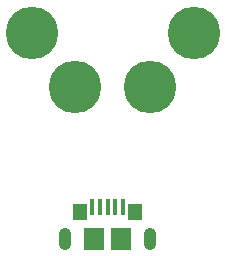
<source format=gbr>
%TF.GenerationSoftware,KiCad,Pcbnew,7.0.11-7.0.11~ubuntu22.04.1*%
%TF.CreationDate,2024-11-23T21:12:19-05:00*%
%TF.ProjectId,usb_to_roller_ctrl,7573625f-746f-45f7-926f-6c6c65725f63,rev?*%
%TF.SameCoordinates,Original*%
%TF.FileFunction,Soldermask,Top*%
%TF.FilePolarity,Negative*%
%FSLAX46Y46*%
G04 Gerber Fmt 4.6, Leading zero omitted, Abs format (unit mm)*
G04 Created by KiCad (PCBNEW 7.0.11-7.0.11~ubuntu22.04.1) date 2024-11-23 21:12:19*
%MOMM*%
%LPD*%
G01*
G04 APERTURE LIST*
%ADD10C,4.445000*%
%ADD11R,0.400000X1.400000*%
%ADD12O,1.050000X1.900000*%
%ADD13R,1.150000X1.450000*%
%ADD14R,1.750000X1.900000*%
G04 APERTURE END LIST*
D10*
%TO.C,J1*%
X162856300Y-89937500D03*
X159173300Y-94509500D03*
X152823300Y-94509500D03*
X149140300Y-89937500D03*
%TD*%
D11*
%TO.C,J2*%
X154281400Y-104741200D03*
X154931400Y-104741200D03*
X155581400Y-104741200D03*
X156231400Y-104741200D03*
X156881400Y-104741200D03*
D12*
X152006400Y-107391200D03*
D13*
X153261400Y-105161200D03*
D14*
X154456400Y-107391200D03*
X156706400Y-107391200D03*
D13*
X157901400Y-105161200D03*
D12*
X159156400Y-107391200D03*
%TD*%
M02*

</source>
